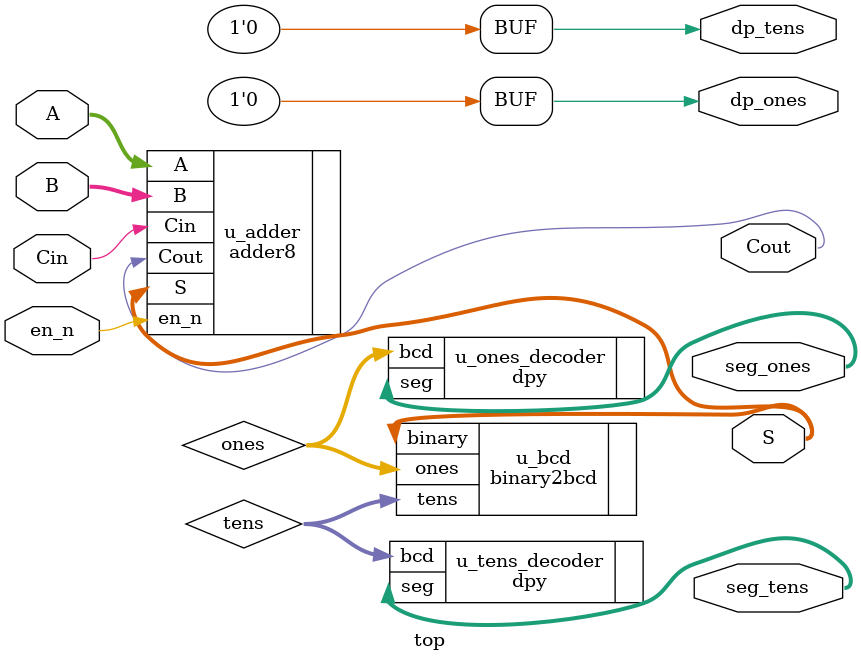
<source format=v>
module top(
    input [7:0] A,
    input [7:0] B,
    input Cin,
    input en_n,
    output [6:0] seg_tens,  // Ê®Î»ÊýÂë¹Ü
    output [6:0] seg_ones,  // ¸öÎ»ÊýÂë¹Ü
    output [7:0] S,
    output dp_ones,              // Ð¡Êýµã
    output dp_tens,              // Ð¡Êýµã
    output Cout
);
    wire [3:0] tens, ones;
    
    // ÊµÀý»¯8Î»¼Ó·¨Æ÷
    adder8 u_adder(
        .A(A),
        .B(B),
        .Cin(Cin),
        .en_n(en_n),
        .S(S),
        .Cout(Cout)
    );
    
    // ÊµÀý»¯¶þ½øÖÆµ½BCD×ª»»Æ÷
    binary2bcd u_bcd(
        .binary(S),
        .tens(tens),
        .ones(ones)
    );
    
    // ÊµÀý»¯Ê®Î»ÊýÂë¹Ü½âÂëÆ÷
    dpy u_tens_decoder(
        .bcd(tens),
        .seg(seg_tens)
    );
    
    // ÊµÀý»¯¸öÎ»ÊýÂë¹Ü½âÂëÆ÷
    dpy u_ones_decoder(
        .bcd(ones),
        .seg(seg_ones)
    );
    
    // ¹Ø±ÕÐ¡Êýµã
    assign dp_tens = 1'b0;
    assign dp_ones = 1'b0;
endmodule
</source>
